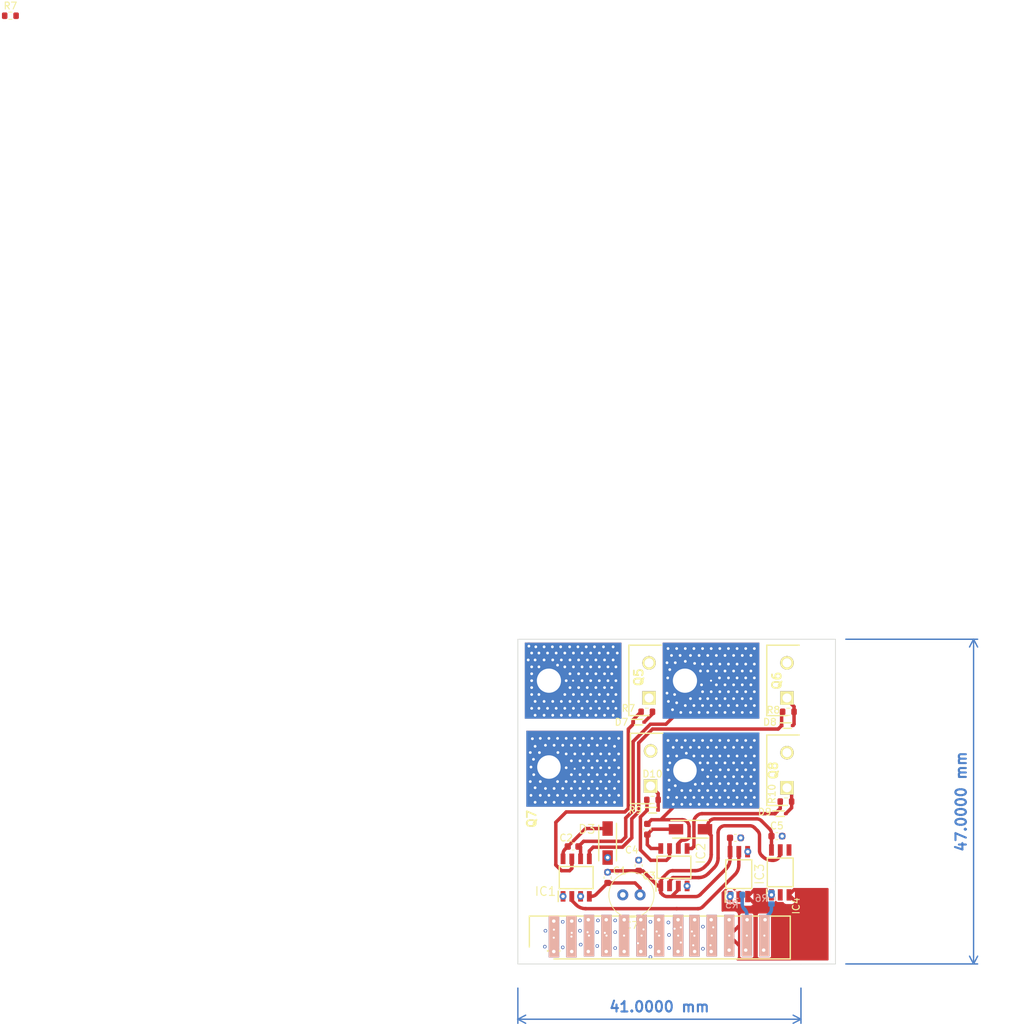
<source format=kicad_pcb>
(kicad_pcb (version 20221018) (generator pcbnew)
  (layers (0 "F.Cu" signal) (31 "B.Cu" signal) (34 "B.Paste" user) (35 "F.Paste" user) (36 "B.SilkS" user "B.Silkscreen") (37 "F.SilkS" user "F.Silkscreen") (38 "B.Mask" user) (39 "F.Mask" user) (44 "Edge.Cuts" user))
  (net 0 "")
  (net 1 "/12V")
  (net 2 "/GND_12V")
  (net 3 "Net-(D3-K)")
  (net 4 "Net-(D6-K)")
  (net 5 "/LH")
  (net 6 "/LL")
  (net 7 "/RH")
  (net 8 "/RL")
  (net 9 "/LIN")
  (net 10 "/RIN")
  (net 11 "/GND")
  (net 13 "Net-(IC3-ANODE)")
  (net 15 "Net-(IC4-ANODE)")
  (net 16 "/PWMR")
  (net 17 "/PWML")
  (net 18 "/12V_GND")
  (net 19 "/LS")
  (net 20 "/RS")
  (net 21 "Net-(D7-A)")
  (net 22 "Net-(D8-A)")
  (net 23 "Net-(D9-A)")
  (net 24 "Net-(D10-A)")
  (footprint "Eki04027:eki04027" (layer "F.Cu") (at 113.975 99.5 90)
    (fp_text reference "Q6")
    (fp_text value "EKI04027" hide)
  )
  (footprint "SS14_大バリア:DIOM5126X250N" (layer "F.Cu") (at 100 118.5)
    (fp_text reference "D6" hide)
    (fp_text value "SS14" hide)
  )
  (footprint "Capacitor_SMD:C_0603_1608Metric" (layer "F.Cu") (at 83 121)
    (fp_text reference "C2")
    (fp_text value "C0.1u")
  )
  (footprint "BAT43XV2:SODFL1608X70N" (layer "F.Cu") (at 114 103.5)
    (fp_text reference "D8")
    (fp_text value "BAT43" hide)
  )
  (footprint "Capacitor_SMD:C_0603_1608Metric" (layer "F.Cu") (at 92.5 123.75 90)
    (fp_text reference "C3")
    (fp_text value "C1u")
  )
  (footprint "Eki04027:eki04027" (layer "F.Cu") (at 94 99.5 90)
    (fp_text reference "Q5")
    (fp_text value "EKI04027" hide)
  )
  (footprint "BAT43XV2:SODFL1608X70N" (layer "F.Cu") (at 94.5 115.75)
    (fp_text reference "D10")
    (fp_text value "BAT43" hide)
  )
  (footprint "Resistor_SMD:R_0603_1608Metric" (layer "F.Cu") (at 1.505 0.755)
    (fp_text reference "R7")
    (fp_text value "1k")
  )
  (footprint "Capacitor_THT:C_Radial_D6.3mm_H11.0mm_P2.50mm" (layer "F.Cu") (at 92.7 128 180)
    (fp_text reference "C7")
    (fp_text value "100uF")
  )
  (footprint "Capacitor_SMD:C_0603_1608Metric" (layer "F.Cu") (at 106.505 119.75)
    (fp_text reference "C6" hide)
    (fp_text value "0.1u")
  )
  (footprint "TLP152_E_T_フォトカプラ:SOIC127P700X220-6N" (layer "F.Cu") (at 113 124.75 90)
    (fp_text reference "IC4")
    (fp_text value "TLP152_E_T" hide)
  )
  (footprint "Capacitor_SMD:C_0603_1608Metric" (layer "F.Cu") (at 88 125.5 -90)
    (fp_text reference "C1")
    (fp_text value "C_1u")
  )
  (footprint "TLP152_E_T_フォトカプラ:SOIC127P700X220-6N" (layer "F.Cu") (at 107 125 90)
    (fp_text reference "IC3")
    (fp_text value "TLP152_E_T" hide)
  )
  (footprint "Resistor_SMD:R_0603_1608Metric" (layer "F.Cu") (at 93.675 101.5 180)
    (fp_text reference "R7")
    (fp_text value "1k")
  )
  (footprint "Resistor_SMD:R_0603_1608Metric" (layer "F.Cu") (at 94.5 114.25 180)
    (fp_text reference "R9")
    (fp_text value "1k")
  )
  (footprint "Capacitor_SMD:C_0603_1608Metric" (layer "F.Cu") (at 112.505 119.5)
    (fp_text reference "C5")
    (fp_text value "0.1u")
  )
  (footprint "Eki04027:eki04027" (layer "F.Cu") (at 94.225 112.25 90)
    (fp_text reference "Q7")
    (fp_text value "EKI04027" hide)
  )
  (footprint "BAT43XV2:SODFL1608X70N" (layer "F.Cu") (at 92.5 103)
    (fp_text reference "D7")
    (fp_text value "BAT43" hide)
  )
  (footprint "Eki04027:eki04027" (layer "F.Cu") (at 113.975 112.5 90)
    (fp_text reference "Q8")
    (fp_text value "EKI04027" hide)
  )
  (footprint "Library:RHDR26W71P254_2X13_3759X600X980P" (layer "F.Cu") (at 80.22 135.54)
    (fp_text reference "J1")
    (fp_text value "HIF3FB-26DA-2.54DSA_71_" hide)
  )
  (footprint "Resistor_SMD:R_0603_1608Metric" (layer "F.Cu") (at 113.825 114.5 180)
    (fp_text reference "R10")
    (fp_text value "1k")
  )
  (footprint "Capacitor_SMD:C_0603_1608Metric" (layer "F.Cu") (at 93.75 118.5 90)
    (fp_text reference "C4")
    (fp_text value "C0.1u")
  )
  (footprint "IRS2008SPBF_ゲートドライバ:SOIC127P600X175-8N" (layer "F.Cu") (at 97.6055 124 90)
    (fp_text reference "IC2")
    (fp_text value "IRS2008SPBF" hide)
  )
  (footprint "SS14_大バリア:DIOM5126X250N" (layer "F.Cu") (at 88 120.5 -90)
    (fp_text reference "D3")
    (fp_text value "SS14" hide)
  )
  (footprint "Resistor_SMD:R_0603_1608Metric" (layer "F.Cu") (at 114.175 101.5)
    (fp_text reference "R8")
    (fp_text value "1k")
  )
  (footprint "BAT43XV2:SODFL1608X70N" (layer "F.Cu") (at 113 116.25)
    (fp_text reference "D9")
    (fp_text value "BAT43" hide)
  )
  (footprint "IRS2008SPBF_ゲートドライバ:SOIC127P600X175-8N" (layer "F.Cu") (at 83.45 125.5 90)
    (fp_text reference "IC1")
    (fp_text value "IRS2008SPBF" hide)
  )
  (footprint "Resistor_SMD:R_0603_1608Metric" (layer "B.Cu") (at 106.675 128)
    (fp_text reference "R5")
    (fp_text value "R150")
  )
  (footprint "Resistor_SMD:R_0603_1608Metric" (layer "B.Cu") (at 111.73 128.5 -90)
    (fp_text reference "R6")
    (fp_text value "R150")
  )
  (gr_line (start 121 91) (end 116 91) (stroke (width 0.1)) (layer "Edge.Cuts"))
  (gr_line (start 116 138) (end 121 138) (stroke (width 0.1)) (layer "Edge.Cuts"))
  (gr_line (start 116 91) (end 75 91) (stroke (width 0.1)) (layer "Edge.Cuts"))
  (gr_line (start 121 126) (end 121 91) (stroke (width 0.1)) (layer "Edge.Cuts"))
  (gr_line (start 75 91) (end 75 138) (stroke (width 0.1)) (layer "Edge.Cuts"))
  (gr_line (start 75 138) (end 116 138) (stroke (width 0.1)) (layer "Edge.Cuts"))
  (gr_line (start 121 138) (end 121 126) (stroke (width 0.1)) (layer "Edge.Cuts"))
  (dimension (type aligned) (layer "B.Cu") (pts (xy 75 141) (xy 116 141)) (height 4.999999) (gr_text "41.0000 mm" (at 95.5 144.199999) (layer "B.Cu") (effects (font (size 1.5 1.5) (thickness 0.3)))) (format (prefix "") (suffix "") (units 3) (units_format 1) (precision 4)) (style (thickness 0.2) (arrow_length 1.27) (text_position_mode 0) (extension_height 0.58642) (extension_offset 0.5) keep_text_aligned))
  (dimension (type aligned) (layer "B.Cu") (pts (xy 122 138) (xy 122 91)) (height 19) (gr_text "47.0000 mm" (at 139.2 114.5 90) (layer "B.Cu") (effects (font (size 1.5 1.5) (thickness 0.3)))) (format (prefix "") (suffix "") (units 3) (units_format 1) (precision 4)) (style (thickness 0.2) (arrow_length 1.27) (text_position_mode 0) (extension_height 0.58642) (extension_offset 0.5) keep_text_aligned))
  (via (at 89.1 131.7) (size 0.5) (drill 0.3) (layers "F.Cu" "B.Cu") (net 0))
  (via (at 79 133.2) (size 0.5) (drill 0.3) (layers "F.Cu" "B.Cu") (net 0))
  (via (at 101.8 135.8) (size 0.5) (drill 0.3) (layers "F.Cu" "B.Cu") (net 0))
  (via (at 84.1 135.2) (size 0.5) (drill 0.3) (layers "F.Cu" "B.Cu") (net 0))
  (via (at 101.8 132.6) (size 0.5) (drill 0.3) (layers "F.Cu" "B.Cu") (net 0))
  (via (at 94.2 131.9) (size 0.5) (drill 0.3) (layers "F.Cu" "B.Cu") (net 0))
  (via (at 81.5 135.6) (size 0.5) (drill 0.3) (layers "F.Cu" "B.Cu") (net 0))
  (via (at 86.5 135.4) (size 0.5) (drill 0.3) (layers "F.Cu" "B.Cu") (net 0))
  (via (at 86.5 133.4) (size 0.5) (drill 0.3) (layers "F.Cu" "B.Cu") (net 0))
  (via (at 96.9 135.7) (size 0.5) (drill 0.3) (layers "F.Cu" "B.Cu") (net 0))
  (via (at 84 131.7) (size 0.5) (drill 0.3) (layers "F.Cu" "B.Cu") (net 0))
  (via (at 84 133.2) (size 0.5) (drill 0.3) (layers "F.Cu" "B.Cu") (net 0))
  (via (at 86.6 131.7) (size 0.5) (drill 0.3) (layers "F.Cu" "B.Cu") (net 0))
  (via (at 96.9 133.8) (size 0.5) (drill 0.3) (layers "F.Cu" "B.Cu") (net 0))
  (via (at 94.2 135.5) (size 0.5) (drill 0.3) (layers "F.Cu" "B.Cu") (net 0))
  (via (at 89.1 133.4) (size 0.5) (drill 0.3) (layers "F.Cu" "B.Cu") (net 0))
  (via (at 81.5 131.9) (size 0.5) (drill 0.3) (layers "F.Cu" "B.Cu") (net 0))
  (via (at 89.1 135.7) (size 0.5) (drill 0.3) (layers "F.Cu" "B.Cu") (net 0))
  (via (at 94.2 137) (size 0.5) (drill 0.3) (layers "F.Cu" "B.Cu") (net 0))
  (via (at 78.9 135.5) (size 0.5) (drill 0.3) (layers "F.Cu" "B.Cu") (net 0))
  (via (at 96.8 132) (size 0.5) (drill 0.3) (layers "F.Cu" "B.Cu") (net 0))
  (segment (start 102.5 118.1) (end 102.1 118.5) (width 0.5) (layer "F.Cu") (net 1))
  (segment (start 98.2405 127.2595) (end 98.2405 126.712) (width 0.5) (layer "F.Cu") (net 1))
  (segment (start 101.423393 127.957107) (end 105.144213 124.236287) (width 0.5) (layer "F.Cu") (net 1))
  (segment (start 96.664214 128.25) (end 97.25 128.25) (width 0.5) (layer "F.Cu") (net 1))
  (segment (start 102.5 118) (end 102.5 118.1) (width 0.5) (layer "F.Cu") (net 1))
  (segment (start 95.7005 127.7005) (end 95.957107 127.957107) (width 0.5) (layer "F.Cu") (net 1))
  (segment (start 93.101 124.525) (end 92.5 124.525) (width 0.5) (layer "F.Cu") (net 1))
  (segment (start 111.73 119.144214) (end 111.73 119.5) (width 0.5) (layer "F.Cu") (net 1))
  (segment (start 97.25 128.25) (end 100.716286 128.25) (width 0.5) (layer "F.Cu") (net 1))
  (segment (start 88.2 124.525) (end 88 124.725) (width 0.5) (layer "F.Cu") (net 1))
  (segment (start 86.5 106.35) (end 85.25 106.35) (width 0.25) (layer "F.Cu") (net 1))
  (segment (start 102.414213 123.585787) (end 102.085786 123.914214) (width 0.5) (layer "F.Cu") (net 1))
  (segment (start 81.5 128) (end 81.5 128.167) (width 0.5) (layer "F.Cu") (net 1))
  (segment (start 105.73 122.822073) (end 105.73 121.75) (width 0.5) (layer "F.Cu") (net 1))
  (segment (start 105.73 121.75) (end 105.73 119.75) (width 0.5) (layer "F.Cu") (net 1))
  (segment (start 100.671573 124.5) (end 97.414214 124.5) (width 0.5) (layer "F.Cu") (net 1))
  (segment (start 97.25 128.25) (end 98.2405 127.2595) (width 0.5) (layer "F.Cu") (net 1))
  (segment (start 111.73 119.5) (end 111.73 121.5) (width 0.5) (layer "F.Cu") (net 1))
  (segment (start 81.5 128.167) (end 81.545 128.212) (width 0.5) (layer "F.Cu") (net 1))
  (segment (start 96.707107 124.792893) (end 95.993393 125.506607) (width 0.5) (layer "F.Cu") (net 1))
  (segment (start 95.7005 126.2995) (end 95.7005 126.712) (width 0.25) (layer "F.Cu") (net 1))
  (segment (start 86.3 94) (end 85.05 94) (width 0.25) (layer "F.Cu") (net 1))
  (segment (start 102.1 118.5) (end 103 119.4) (width 0.5) (layer "F.Cu") (net 1))
  (segment (start 110.292893 117.292893) (end 111.437107 118.437107) (width 0.5) (layer "F.Cu") (net 1))
  (segment (start 92.5 124.525) (end 88.2 124.525) (width 0.5) (layer "F.Cu") (net 1))
  (segment (start 95.7005 126.213714) (end 95.7005 126.712) (width 0.5) (layer "F.Cu") (net 1))
  (segment (start 95.288 126.712) (end 93.101 124.525) (width 0.5) (layer "F.Cu") (net 1))
  (segment (start 109.585786 117) (end 103.5 117) (width 0.5) (layer "F.Cu") (net 1))
  (segment (start 95.288 126.712) (end 95.7005 126.712) (width 0.5) (layer "F.Cu") (net 1))
  (segment (start 95.7005 126.712) (end 95.7005 127.7005) (width 0.5) (layer "F.Cu") (net 1))
  (segment (start 103 119.4) (end 103 122.171573) (width 0.5) (layer "F.Cu") (net 1))
  (via (at 77.1 105.4) (size 1) (drill 0.4) (layers "F.Cu" "B.Cu") (net 1))
  (via (at 83.25 105.35) (size 1) (drill 0.4) (layers "F.Cu" "B.Cu") (net 1))
  (via (at 77 95) (size 1) (drill 0.4) (layers "F.Cu" "B.Cu") (net 1))
  (via (at 82 107.6) (size 1) (drill 0.4) (layers "F.Cu" "B.Cu") (net 1))
  (via (at 83.7 92.1) (size 1) (drill 0.4) (layers "F.Cu" "B.Cu") (net 1))
  (via (at 85.55 95) (size 1) (drill 0.4) (layers "F.Cu" "B.Cu") (net 1))
  (via (at 89.2 101) (size 1) (drill 0.4) (layers "F.Cu" "B.Cu") (net 1))
  (via (at 77.3 110.6) (size 1) (drill 0.4) (layers "F.Cu" "B.Cu") (net 1))
  (via (at 80.05 94) (size 1) (drill 0.4) (layers "F.Cu" "B.Cu") (net 1))
  (via (at 85.05 102) (size 1) (drill 0.4) (layers "F.Cu" "B.Cu") (net 1))
  (via (at 82.55 98) (size 1) (drill 0.4) (layers "F.Cu" "B.Cu") (net 1))
  (via (at 78.8 102) (size 1) (drill 0.4) (layers "F.Cu" "B.Cu") (net 1))
  (via (at 85.75 105.35) (size 1) (drill 0.4) (layers "F.Cu" "B.Cu") (net 1))
  (via (at 80.05 100) (size 1) (drill 0.4) (layers "F.Cu" "B.Cu") (net 1))
  (via (at 86.8 101) (size 1) (drill 0.4) (layers "F.Cu" "B.Cu") (net 1))
  (via (at 84 114.6) (size 1) (drill 0.4) (layers "F.Cu" "B.Cu") (net 1))
  (via (at 82.75 108.6) (size 1) (drill 0.4) (layers "F.Cu" "B.Cu") (net 1))
  (via (at 77 99) (size 1) (drill 0.4) (layers "F.Cu" "B.Cu") (net 1))
  (via (at 83.05 93) (size 1) (drill 0.4) (layers "F.Cu" "B.Cu") (net 1))
  (via (at 89 110.6) (size 1) (drill 0.4) (layers "F.Cu" "B.Cu") (net 1))
  (via (at 86.8 95) (size 1) (drill 0.4) (layers "F.Cu" "B.Cu") (net 1))
  (via (at 83.25 113.6) (size 1) (drill 0.4) (layers "F.Cu" "B.Cu") (net 1))
  (via (at 86.3 98) (size 1) (drill 0.4) (layers "F.Cu" "B.Cu") (net 1))
  (via (at 87.55 100) (size 1) (drill 0.4) (layers "F.Cu" "B.Cu") (net 1))
  (via (at 85.05 96) (size 1) (drill 0.4) (layers "F.Cu" "B.Cu") (net 1))
  (via (at 81.3 102) (size 1) (drill 0.4) (layers "F.Cu" "B.Cu") (net 1))
  (via (at 80.75 94.75) (size 1) (drill 0.4) (layers "F.Cu" "B.Cu") (net 1))
  (via (at 88.8 100) (size 1) (drill 0.4) (layers "F.Cu" "B.Cu") (net 1))
  (via (at 82.55 96) (size 1) (drill 0.4) (layers "F.Cu" "B.Cu") (net 1))
  (via (at 84.5 107.6) (size 1) (drill 0.4) (layers "F.Cu" "B.Cu") (net 1))
  (via (at 81.5 114.6) (size 1) (drill 0.4) (layers "F.Cu" "B.Cu") (net 1))
  (via (at 83.05 95) (size 1) (drill 0.4) (layers "F.Cu" "B.Cu") (net 1))
  (via (at 86.1 92.1) (size 1) (drill 0.4) (layers "F.Cu" "B.Cu") (net 1))
  (via (at 86.3 94) (size 1) (drill 0.4) (layers "F.Cu" "B.Cu") (net 1))
  (via (at 85.25 112.6) (size 1) (drill 0.4) (layers "F.Cu" "B.Cu") (net 1))
  (via (at 78.05 95) (size 1) (drill 0.4) (layers "F.Cu" "B.Cu") (net 1))
  (via (at 77 96) (size 1) (drill 0.4) (layers "F.Cu" "B.Cu") (net 1))
  (via (at 88.05 93) (size 1) (drill 0.4) (layers "F.Cu" "B.Cu") (net 1))
  (via (at 76.8 107.4) (size 1) (drill 0.4) (layers "F.Cu" "B.Cu") (net 1))
  (via (at 84 106.35) (size 1) (drill 0.4) (layers "F.Cu" "B.Cu") (net 1))
  (via (at 88 124.725) (size 1) (drill 0.5) (layers "F.Cu" "B.Cu") (net 1))
  (via (at 80.05 102) (size 1) (drill 0.4) (layers "F.Cu" "B.Cu") (net 1))
  (via (at 78.05 93) (size 1) (drill 0.4) (layers "F.Cu" "B.Cu") (net 1))
  (via (at 90.4 136.2) (size 1) (drill 0.5) (layers "F.Cu" "B.Cu") (net 1))
  (via (at 89 114.6) (size 1) (drill 0.4) (layers "F.Cu" "B.Cu") (net 1))
  (via (at 80 92.1) (size 1) (drill 0.4) (layers "F.Cu" "B.Cu") (net 1))
  (via (at 83.25 107.6) (size 1) (drill 0.4) (layers "F.Cu" "B.Cu") (net 1))
  (via (at 81.3 100) (size 1) (drill 0.4) (layers "F.Cu" "B.Cu") (net 1))
  (via (at 77.264377 108.382188) (size 1) (drill 0.4) (layers "F.Cu" "B.Cu") (net 1))
  (via (at 84 110.6) (size 1) (drill 0.4) (layers "F.Cu" "B.Cu") (net 1))
  (via (at 86.5 112.6) (size 1) (drill 0.4) (layers "F.Cu" "B.Cu") (net 1))
  (via (at 82.75 112.6) (size 1) (drill 0.4) (layers "F.Cu" "B.Cu") (net 1))
  (via (at 85.05 100) (size 1) (drill 0.4) (layers "F.Cu" "B.Cu") (net 1))
  (via (at 88.05 99) (size 1) (drill 0.4) (layers "F.Cu" "B.Cu") (net 1))
  (via (at 79 106.35) (size 1) (drill 0.4) (layers "F.Cu" "B.Cu") (net 1))
  (via (at 86.8 97) (size 1) (drill 0.4) (layers "F.Cu" "B.Cu") (net 1))
  (via (at 88.25 113.6) (size 1) (drill 0.4) (layers "F.Cu" "B.Cu") (net 1))
  (via (at 82 111.6) (size 1) (drill 0.4) (layers "F.Cu" "B.Cu") (net 1))
  (via (at 84.5 109.6) (size 1) (drill 0.4) (layers "F.Cu" "B.Cu") (net 1))
  (via (at 89.2 95) (size 1) (drill 0.4) (layers "F.Cu" "B.Cu") (net 1))
  (via (at 89 112.6) (size 1) (drill 0.4) (layers "F.Cu" "B.Cu") (net 1))
  (via (at 83.8 102) (size 1) (drill 0.4) (layers "F.Cu" "B.Cu") (net 1))
  (via (at 85.55 97) (size 1) (drill 0.4) (layers "F.Cu" "B.Cu") (net 1))
  (via (at 89.2 97) (size 1) (drill 0.4) (layers "F.Cu" "B.Cu") (net 1))
  (via (at 81.8 95) (size 1) (drill 0.4) (layers "F.Cu" "B.Cu") (net 1))
  (via (at 81.5 112.6) (size 1) (drill 0.4) (layers "F.Cu" "B.Cu") (net 1))
  (via (at 85.75 111.6) (size 1) (drill 0.4) (layers "F.Cu" "B.Cu") (net 1))
  (via (at 84.5 113.6) (size 1) (drill 0.4) (layers "F.Cu" "B.Cu") (net 1))
  (via (at 85.75 109.6) (size 1) (drill 0.4) (layers "F.Cu" "B.Cu") (net 1))
  (via (at 85.05 94) (size 1) (drill 0.4) (layers "F.Cu" "B.Cu") (net 1))
  (via (at 79 114.6) (size 1) (drill 0.4) (layers "F.Cu" "B.Cu") (net 1))
  (via (at 89.6 105.35) (size 1) (drill 0.4) (layers "F.Cu" "B.Cu") (net 1))
  (via (at 81.8 99) (size 1) (drill 0.4) (layers "F.Cu" "B.Cu") (net 1))
  (via (at 77 101) (size 1) (drill 0.4) (layers "F.Cu" "B.Cu") (net 1))
  (via (at 80.25 112.6) (size 1) (drill 0.4) (layers "F.Cu" "B.Cu") (net 1))
  (via (at 88.8 94) (size 1) (drill 0.4) (layers "F.Cu" "B.Cu") (net 1))
  (via (at 85.2 131.6) (size 1) (drill 0.5) (layers "F.Cu" "B.Cu") (net 1))
  (via (at 83.8 94) (size 1) (drill 0.4) (layers "F.Cu" "B.Cu") (net 1))
  (via (at 77 93) (size 1) (drill 0.4) (layers "F.Cu" "B.Cu") (net 1))
  (via (at 87 107.6) (size 1) (drill 0.4) (layers "F.Cu" "B.Cu") (net 1))
  (via (at 79.5 105.35) (size 1) (drill 0.4) (layers "F.Cu" "B.Cu") (net 1))
  (via (at 85.2 136.2) (size 1) (drill 0.5) (layers "F.Cu" "B.Cu") (net 1))
  (via (at 76.5 94) (size 1) (drill 0.4) (layers "F.Cu" "B.Cu") (net 1))
  (via (at 81.8 101) (size 1) (drill 0.4) (layers "F.Cu" "B.Cu") (net 1))
  (via (at 85.25 106.35) (size 1) (drill 0.4) (layers "F.Cu" "B.Cu") (net 1))
  (via (at 88.25 107.6) (size 1) (drill 0.4) (layers "F.Cu" "B.Cu") (net 1))
  (via (at 81.545 128.212) (size 1) (drill 0.5) (layers "F.Cu" "B.Cu") (net 1))
  (via (at 85.75 107.6) (size 1) (drill 0.4) (layers "F.Cu" "B.Cu") (net 1))
  (via (at 87.75 114.6) (size 1) (drill 0.4) (layers "F.Cu" "B.Cu") (net 1))
  (via (at 82.8 131.8) (size 1) (drill 0.5) (layers "F.Cu" "B.Cu") (net 1))
  (via (at 79.3 101) (size 1) (drill 0.4) (layers "F.Cu" "B.Cu") (net 1))
  (via (at 85.55 93) (size 1) (drill 0.4) (layers "F.Cu" "B.Cu") (net 1))
  (via (at 78.05 101) (size 1) (drill 0.4) (layers "F.Cu" "B.Cu") (net 1))
  (via (at 80.2 134.2) (size 0.5) (drill 0.3) (layers "F.Cu" "B.Cu") (net 1))
  (via (at 83.8 100) (size 1) (drill 0.4) (layers "F.Cu" "B.Cu") (net 1))
  (via (at 88.05 97) (size 1) (drill 0.4) (layers "F.Cu" "B.Cu") (net 1))
  (via (at 86.3 100) (size 1) (drill 0.4) (layers "F.Cu" "B.Cu") (net 1))
  (via (at 85.75 113.6) (size 1) (drill 0.4) (layers "F.Cu" "B.Cu") (net 1))
  (via (at 82 105.35) (size 1) (drill 0.4) (layers "F.Cu" "B.Cu") (net 1))
  (via (at 87.55 98) (size 1) (drill 0.4) (layers "F.Cu" "B.Cu") (net 1))
  (via (at 81.3 94) (size 1) (drill 0.4) (layers "F.Cu" "B.Cu") (net 1))
  (via (at 85.05 98) (size 1) (drill 0.4) (layers "F.Cu" "B.Cu") (net 1))
  (via (at 78.25 113.6) (size 1) (drill 0.4) (layers "F.Cu" "B.Cu") (net 1))
  (via (at 84.5 111.6) (size 1) (drill 0.4) (layers "F.Cu" "B.Cu") (net 1))
  (via (at 77.5 114.6) (size 1) (drill 0.4) (layers "F.Cu" "B.Cu") (net 1))
  (via (at 82 97) (size 1) (drill 0.4) (layers "F.Cu" "B.Cu") (net 1))
  (via (at 77.6 92.1) (size 1) (drill 0.4) (layers "F.Cu" "B.Cu") (net 1))
  (via (at 87.55 102) (size 1) (drill 0.4) (layers "F.Cu" "B.Cu") (net 1))
  (via (at 82.75 114.6) (size 1) (drill 0.4) (layers "F.Cu" "B.Cu") (net 1))
  (via (at 82.55 102) (size 1) (drill 0.4) (layers "F.Cu" "B.Cu") (net 1))
  (via (at 84.3 93) (size 1) (drill 0.4) (layers "F.Cu" "B.Cu") (net 1))
  (via (at 87 111.6) (size 1) (drill 0.4) (layers "F.Cu" "B.Cu") (net 1))
  (via (at 85.25 114.6) (size 1) (drill 0.4) (layers "F.Cu" "B.Cu") (net 1))
  (via (at 85.55 99) (size 1) (drill 0.4) (layers "F.Cu" "B.Cu") (net 1))
  (via (at 86.8 99) (size 1) (drill 0.4) (layers "F.Cu" "B.Cu") (net 1))
  (via (at 76.8 111.6) (size 1) (drill 0.4) (layers "F.Cu" "B.Cu") (net 1))
  (via (at 84.9 92.1) (size 1) (drill 0.4) (layers "F.Cu" "B.Cu") (net 1))
  (via (at 82.8 136.2) (size 1) (drill 0.5) (layers "F.Cu" "B.Cu") (net 1))
  (via (at 83.25 111.6) (size 1) (drill 0.4) (layers "F.Cu" "B.Cu") (net 1))
  (via (at 87.8 131.6) (size 1) (drill 0.5) (layers "F.Cu" "B.Cu") (net 1))
  (via (at 78.05 99) (size 1) (drill 0.4) (layers "F.Cu" "B.Cu") (net 1))
  (via (at 78.25 105.35) (size 1) (drill 0.4) (layers "F.Cu" "B.Cu") (net 1))
  (via (at 88.25 111.6) (size 1) (drill 0.4) (layers "F.Cu" "B.Cu") (net 1))
  (via (at 88.8 92.1) (size 1) (drill 0.4) (layers "F.Cu" "B.Cu") (net 1))
  (via (at 86.8 93) (size 1) (drill 0.4) (layers "F.Cu" "B.Cu") (net 1))
  (via (at 84.3 97) (size 1) (drill 0.4) (layers "F.Cu" "B.Cu") (net 1))
  (via (at 88.05 95) (size 1) (drill 0.4) (layers "F.Cu" "B.Cu") (net 1))
  (via (at 87.75 110.6) (size 1) (drill 0.4) (layers "F.Cu" "B.Cu") (net 1))
  (via (at 86.3 102) (size 1) (drill 0.4) (layers "F.Cu" "B.Cu") (net 1))
  (via (at 88.6 96) (size 1) (drill 0.4) (layers "F.Cu" "B.Cu") (net 1))
  (via (at 87 105.35) (size 1) (drill 0.4) (layers "F.Cu" "B.Cu") (net 1))
  (via (at 78.8 92.1) (size 1) (drill 0.4) (layers "F.Cu" "B.Cu") (net 1))
  (via (at 83.05 101) (size 1) (drill 0.4) (layers "F.Cu" "B.Cu") (net 1))
  (via (at 87.6 133.5) (size 0.5) (drill 0.3) (layers "F.Cu" "B.Cu") (net 1))
  (via (at 79 112.6) (size 1) (drill 0.4) (layers "F.Cu" "B.Cu") (net 1))
  (via (at 79.3 93) (size 1) (drill 0.4) (layers "F.Cu" "B.Cu") (net 1))
  (via (at 84.5 105.35) (size 1) (drill 0.4) (layers "F.Cu" "B.Cu") (net 1))
  (via (at 87.75 108.6) (size 1) (drill 0.4) (layers "F.Cu" "B.Cu") (net 1))
  (via (at 80.8 107.4) (size 1) (drill 0.4) (layers "F.Cu" "B.Cu") (net 1))
  (via (at 79.5 97) (size 3.8) (drill 3.5) (layers "F.Cu" "B.Cu") (net 1))
  (via (at 81.2 92.1) (size 1) (drill 0.4) (layers "F.Cu" "B.Cu") (net 1))
  (via (at 82.8 133.5) (size 0.5) (drill 0.3) (layers "F.Cu" "B.Cu") (net 1))
  (via (at 89.6 111.6) (size 1) (drill 0.4) (layers "F.Cu" "B.Cu") (net 1))
  (via (at 76.9 109.5) (size 1) (drill 0.4) (layers "F.Cu" "B.Cu") (net 1))
  (via (at 87.55 96) (size 1) (drill 0.4) (layers "F.Cu" "B.Cu") (net 1))
  (via (at 82 109.6) (size 1) (drill 0.4) (layers "F.Cu" "B.Cu") (net 1))
  (via (at 79.5 113.6) (size 1) (drill 0.4) (layers "F.Cu" "B.Cu") (net 1))
  (via (at 78.126232 107.411873) (size 1) (drill 0.4) (layers "F.Cu" "B.Cu") (net 1))
  (via (at 85.1 133.4) (size 0.5) (drill 0.3) (layers "F.Cu" "B.Cu") (net 1))
  (via (at 87.4 92.1) (size 1) (drill 0.4) (layers "F.Cu" "B.Cu") (net 1))
  (via (at 80.55 93) (size 1) (drill 0.4) (layers "F.Cu" "B.Cu") (net 1))
  (via (at 89.4 93) (size 1) (drill 0.4) (layers "F.Cu" "B.Cu") (net 1))
  (via (at 85.25 110.6) (size 1) (drill 0.4) (layers "F.Cu" "B.Cu") (net 1))
  (via (at 81.5 106.35) (size 1) (drill 0.4) (layers "F.Cu" "B.Cu") (net 1))
  (via (at 88.25 109.6) (size 1) (drill 0.4) (layers "F.Cu" "B.Cu") (net 1))
  (via (at 84 112.6) (size 1) (drill 0.4) (layers "F.Cu" "B.Cu") (net 1))
  (via (at 78.8 94) (size 1) (drill 0.4) (layers "F.Cu" "B.Cu") (net 1))
  (via (at 87 113.6) (size 1) (drill 0.4) (layers "F.Cu" "B.Cu") (net 1))
  (via (at 77.5 106.5) (size 1) (drill 0.4) (layers "F.Cu" "B.Cu") (net 1))
  (via (at 79.5 109.5) (size 3.8) (drill 3.4) (layers "F.Cu" "B.Cu") (net 1))
  (via (at 84.3 99) (size 1) (drill 0.4) (layers "F.Cu" "B.Cu") (net 1))
  (via (at 83.8 96) (size 1) (drill 0.4) (layers "F.Cu" "B.Cu") (net 1))
  (via (at 86.5 114.6) (size 1) (drill 0.4) (layers "F.Cu" "B.Cu") (net 1))
  (via (at 87.75 106.35) (size 1) (drill 0.4) (layers "F.Cu" "B.Cu") (net 1))
  (via (at 87.55 94) (size 1) (drill 0.4) (layers "F.Cu" "B.Cu") (net 1))
  (via (at 82 113.6) (size 1) (drill 0.4) (layers "F.Cu" "B.Cu") (net 1))
  (via (at 80.25 114.6) (size 1) (drill 0.4) (layers "F.Cu" "B.Cu") (net 1))
  (via (at 86.5 106.35) (size 1) (drill 0.4) (layers "F.Cu" "B.Cu") (net 1))
  (via (at 84.085 128.212) (size 1) (drill 0.5) (layers "F.Cu" "B.Cu") (net 1))
  (via (at 76.9 113.6) (size 1) (drill 0.4) (layers "F.Cu" "B.Cu") (net 1))
  (via (at 80.75 113.6) (size 1) (drill 0.4) (layers "F.Cu" "B.Cu") (net 1))
  (via (at 77 98) (size 1) (drill 0.4) (layers "F.Cu" "B.Cu") (net 1))
  (via (at 90.4 131.6) (size 1) (drill 0.5) (layers "F.Cu" "B.Cu") (net 1))
  (via (at 87.8 136.2) (size 1) (drill 0.5) (layers "F.Cu" "B.Cu") (net 1))
  (via (at 88.8 102) (size 1) (drill 0.4) (layers "F.Cu" "B.Cu") (net 1))
  (via (at 86.5 110.6) (size 1) (drill 0.4) (layers "F.Cu" "B.Cu") (net 1))
  (via (at 84.3 95) (size 1) (drill 0.4) (layers "F.Cu" "B.Cu") (net 1))
  (via (at 86.5 108.6) (size 1) (drill 0.4) (layers "F.Cu" "B.Cu") (net 1))
  (via (at 85.55 101) (size 1) (drill 0.4) (layers "F.Cu" "B.Cu") (net 1))
  (via (at 80.75 105.35) (size 1) (drill 0.4) (layers "F.Cu" "B.Cu") (net 1))
  (via (at 80.25 106.35) (size 1) (drill 0.4) (layers "F.Cu" "B.Cu") (net 1))
  (via (at 89 106.5) (size 1) (drill 0.4) (layers "F.Cu" "B.Cu") (net 1))
  (via (at 77.5 100) (size 1) (drill 0.4) (layers "F.Cu" "B.Cu") (net 1))
  (via (at 83.8 98) (size 1) (drill 0.4) (layers "F.Cu" "B.Cu") (net 1))
  (via (at 88.05 101) (size 1) (drill 0.4) (layers "F.Cu" "B.Cu") (net 1))
  (via (at 80.2 136.2) (size 1) (drill 0.5) (layers "F.Cu" "B.Cu") (net 1))
  (via (at 80.75 111.6) (size 1) (drill 0.4) (layers "F.Cu" "B.Cu") (net 1))
  (via (at 82.75 106.35) (size 1) (drill 0.4) (layers "F.Cu" "B.Cu") (net 1))
  (via (at 76.6 92) (size 1) (drill 0.4) (layers "F.Cu" "B.Cu") (net 1))
  (via (at 82.55 94) (size 1) (drill 0.4) (layers "F.Cu" "B.Cu") (net 1))
  (via (at 82.5 92.1) (size 1) (drill 0.4) (layers "F.Cu" "B.Cu") (net 1))
  (via (at 81.8 93) (size 1) (drill 0.4) (layers "F.Cu" "B.Cu") (net 1))
  (via (at 89 108.5) (size 1) (drill 0.4) (layers "F.Cu" "B.Cu") (net 1))
  (via (at 89.6 113.6) (size 1) (drill 0.4) (layers "F.Cu" "B.Cu") (net 1))
  (via (at 82.55 100) (size 1) (drill 0.4) (layers "F.Cu" "B.Cu") (net 1))
  (via (at 87.75 112.6) (size 1) (drill 0.4) (layers "F.Cu" "B.Cu") (net 1))
  (via (at 82.75 110.6) (size 1) (drill 0.4) (layers "F.Cu" "B.Cu") (net 1))
  (via (at 88.25 105.35) (size 1) (drill 0.4) (layers "F.Cu" "B.Cu") (net 1))
  (via (at 88 122.6) (size 1) (drill 0.5) (layers "F.Cu" "B.Cu") (net 1))
  (via (at 80.55 101) (size 1) (drill 0.4) (layers "F.Cu" "B.Cu") (net 1))
  (via (at 87 109.6) (size 1) (drill 0.4) (layers "F.Cu" "B.Cu") (net 1))
  (via (at 77.5 112.5) (size 1) (drill 0.4) (layers "F.Cu" "B.Cu") (net 1))
  (via (at 89.6 109.6) (size 1) (drill 0.4) (layers "F.Cu" "B.Cu") (net 1))
  (via (at 78.8 100) (size 1) (drill 0.4) (layers "F.Cu" "B.Cu") (net 1))
  (via (at 85.25 108.6) (size 1) (drill 0.4) (layers "F.Cu" "B.Cu") (net 1))
  (via (at 89.2 99) (size 1) (drill 0.4) (layers "F.Cu" "B.Cu") (net 1))
  (via (at 83.05 99) (size 1) (drill 0.4) (layers "F.Cu" "B.Cu") (net 1))
  (via (at 89.6 107.6) (size 1) (drill 0.4) (layers "F.Cu" "B.Cu") (net 1))
  (via (at 84.3 101) (size 1) (drill 0.4) (layers "F.Cu" "B.Cu") (net 1))
  (via (at 84 108.6) (size 1) (drill 0.4) (layers "F.Cu" "B.Cu") (net 1))
  (via (at 77.5 102) (size 1) (drill 0.4) (layers "F.Cu" "B.Cu") (net 1))
  (via (at 77.5 94) (size 1) (drill 0.4) (layers "F.Cu" "B.Cu") (net 1))
  (via (at 80.2 131.8) (size 1) (drill 0.5) (layers "F.Cu" "B.Cu") (net 1))
  (via (at 86.3 96) (size 1) (drill 0.4) (layers "F.Cu" "B.Cu") (net 1))
  (via (at 88.6 98) (size 1) (drill 0.4) (layers "F.Cu" "B.Cu") (net 1))
  (via (at 78.25 111.6) (size 1) (drill 0.4) (layers "F.Cu" "B.Cu") (net 1))
  (via (at 77 97) (size 1) (drill 0.4) (layers "F.Cu" "B.Cu") (net 1))
  (arc (start 95.993393 125.506607) (mid 95.77662 125.83103) (end 95.7005 126.213714) (width 0.5) (layer "F.Cu") (net 1))
  (arc (start 105.144213 124.236287) (mid 105.577759 123.58744) (end 105.73 122.822073) (width 0.5) (layer "F.Cu") (net 1))
  (arc (start 100.671573 124.5) (mid 101.43694 124.347759) (end 102.085786 123.914214) (width 0.5) (layer "F.Cu") (net 1))
  (arc (start 102.5 118) (mid 102.792893 117.292893) (end 103.5 117) (width 0.5) (layer "F.Cu") (net 1))
  (arc (start 109.585786 117) (mid 109.968469 117.07612) (end 110.292893 117.292893) (width 0.5) (layer "F.Cu") (net 1))
  (arc (start 103 122.171573) (mid 102.847759 122.93694) (end 102.414213 123.585787) (width 0.5) (layer "F.Cu") (net 1))
  (arc (start 111.437107 118.437107) (mid 111.65388 118.76153) (end 111.73 119.144214) (width 0.5) (layer "F.Cu") (net 1))
  (arc (start 96.664214 128.25) (mid 96.281531 128.17388) (end 95.957107 127.957107) (width 0.5) (layer "F.Cu") (net 1))
  (arc (start 101.423393 127.957107) (mid 101.09897 128.17388) (end 100.716286 128.25) (width 0.5) (layer "F.Cu") (net 1))
  (arc (start 97.414214 124.5) (mid 97.031531 124.57612) (end 96.707107 124.792893) (width 0.5) (layer "F.Cu") (net 1))
  (segment (start 85.355 128.212) (end 85.648786 128.212) (width 0.5) (layer "F.Cu") (net 2))
  (segment (start 91.975 126.275) (end 92.7 127) (width 0.5) (layer "F.Cu") (net 2))
  (segment (start 86.355893 127.919107) (end 88 126.275) (width 0.5) (layer "F.Cu") (net 2))
  (segment (start 92.7 127) (end 92.7 128) (width 0.5) (layer "F.Cu") (net 2))
  (segment (start 88 126.275) (end 91.975 126.275) (width 0.5) (layer "F.Cu") (net 2))
  (via (at 92.5 122.975) (size 1) (drill 0.5) (layers "F.Cu" "B.Cu") (net 2))
  (via (at 99.5105 126.712) (size 1) (drill 0.5) (layers "F.Cu" "B.Cu") (net 2))
  (via (at 113.28 119.5) (size 1) (drill 0.5) (layers "F.Cu" "B.Cu") (net 2))
  (via (at 107.28 119.75) (size 1) (drill 0.5) (layers "F.Cu" "B.Cu") (net 2))
  (via (at 108.3 121.75) (size 1) (drill 0.5) (layers "F.Cu" "B.Cu") (net 2))
  (arc (start 85.648786 128.212) (mid 86.031469 128.13588) (end 86.355893 127.919107) (width 0.5) (layer "F.Cu") (net 2))
  (segment (start 84.825 118.4) (end 88 118.4) (width 0.5) (layer "F.Cu") (net 3))
  (segment (start 82.225 121) (end 81.837893 121.387107) (width 0.5) (layer "F.Cu") (net 3))
  (segment (start 82.932107 120.292893) (end 84.825 118.4) (width 0.5) (layer "F.Cu") (net 3))
  (segment (start 82.932107 120.292893) (end 82.225 121) (width 0.5) (layer "F.Cu") (net 3))
  (segment (start 81.545 122.094214) (end 81.545 122.788) (width 0.5) (layer "F.Cu") (net 3))
  (arc (start 81.545 122.094214) (mid 81.62112 121.711531) (end 81.837893 121.387107) (width 0.5) (layer "F.Cu") (net 3))
  (segment (start 93.75 120.75) (end 93.75 119.275) (width 0.5) (layer "F.Cu") (net 4))
  (segment (start 95.7005 121.288) (end 94.288 121.288) (width 0.5) (layer "F.Cu") (net 4))
  (segment (start 94.288 121.288) (end 93.75 120.75) (width 0.5) (layer "F.Cu") (net 4))
  (segment (start 94.5 118.5) (end 97.9 118.5) (width 0.5) (layer "F.Cu") (net 4))
  (segment (start 95.6375 121.225) (end 95.7005 121.288) (width 0.5) (layer "F.Cu") (net 4))
  (segment (start 93.75 119.25) (end 94.5 118.5) (width 0.5) (layer "F.Cu") (net 4))
  (segment (start 93.75 119.275) (end 93.75 119.25) (width 0.5) (layer "F.Cu") (net 4))
  (segment (start 82.813394 123.73462) (end 82.813394 124.186606) (width 0.5) (layer "F.Cu") (net 5))
  (segment (start 82.5 124.5) (end 81.317497 124.5) (width 0.5) (layer "F.Cu") (net 5))
  (segment (start 91 115.5) (end 91 104) (width 0.5) (layer "F.Cu") (net 5))
  (segment (start 82 116) (end 90.5 116) (width 0.5) (layer "F.Cu") (net 5))
  (segment (start 91.7 102.65) (end 92.85 101.5) (width 0.5) (layer "F.Cu") (net 5))
  (segment (start 80.5 123.585786) (end 80.5 117.5) (width 0.5) (layer "F.Cu") (net 5))
  (segment (start 80.501616 123.684119) (end 80.5 123.585786) (width 0.5) (layer "F.Cu") (net 5))
  (segment (start 82.813394 124.186606) (end 82.5 124.5) (width 0.5) (layer "F.Cu") (net 5))
  (segment (start 82.815 122.788) (end 82.815 123.636286) (width 0.5) (layer "F.Cu") (net 5))
  (segment (start 91.7 103.3) (end 91 104) (width 0.5) (layer "F.Cu") (net 5))
  (segment (start 80.5 117.5) (end 82 116) (width 0.5) (layer "F.Cu") (net 5))
  (segment (start 91.7 103) (end 91.7 102.65) (width 0.5) (layer "F.Cu") (net 5))
  (segment (start 82.815 122.788) (end 82.815 123.2005) (width 0.25) (layer "F.Cu") (net 5))
  (segment (start 90.5 116) (end 91 115.5) (width 0.5) (layer "F.Cu") (net 5))
  (segment (start 81.317497 124.5) (end 80.501616 123.684119) (width 0.5) (layer "F.Cu") (net 5))
  (segment (start 82.815 123.636286) (end 82.813394 123.73462) (width 0.5) (layer "F.Cu") (net 5))
  (segment (start 91.7 103) (end 91.7 103.3) (width 0.5) (layer "F.Cu") (net 5))
  (segment (start 85.355 122.788) (end 85.355 121.645) (width 0.5) (layer "F.Cu") (net 6))
  (segment (start 85.355 121.645) (end 85.9 121.1) (width 0.5) (layer "F.Cu") (net 6))
  (segment (start 91.5 116.98995) (end 92.5 115.98995) (width 0.5) (layer "F.Cu") (net 6))
  (segment (start 113.2 101.65) (end 113.35 101.5) (width 0.5) (layer "F.Cu") (net 6))
  (segment (start 113.2 103.5) (end 113.2 101.65) (width 0.5) (layer "F.Cu") (net 6))
  (segment (start 85.9 121.1) (end 90.15 121.1) (width 0.5) (layer "F.Cu") (net 6))
  (segment (start 90.15 121.1) (end 91.5 119.75) (width 0.5) (layer "F.Cu") (net 6))
  (segment (start 91.5 119.75) (end 91.5 116.98995) (width 0.5) (layer "F.Cu") (net 6))
  (segment (start 85.355 122.788) (end 85.355 123.2005) (width 0.25) (layer "F.Cu") (net 6))
  (segment (start 92.5 106) (end 94.5 104) (width 0.5) (layer "F.Cu") (net 6))
  (segment (start 92.5 115.98995) (end 92.5 106) (width 0.5) (layer "F.Cu") (net 6))
  (segment (start 112.7 104) (end 113.2 103.5) (width 0.5) (layer "F.Cu") (net 6))
  (segment (start 94.5 104) (end 112.7 104) (width 0.5) (layer "F.Cu") (net 6))
  (segment (start 97 121) (end 97 121.2585) (width 0.5) (layer "F.Cu") (net 7))
  (segment (start 92.75 121.5) (end 92.75 116.7299) (width 0.5) (layer "F.Cu") (net 7))
  (segment (start 94.25 123) (end 96.521 123) (width 0.5) (layer "F.Cu") (net 7))
  (segment (start 96.521 123) (end 96.9705 122.5505) (width 0.5) (layer "F.Cu") (net 7))
  (segment (start 93.7 115.75) (end 93.7 114.275) (width 0.5) (layer "F.Cu") (net 7))
  (segment (start 97 121.2585) (end 96.9705 121.288) (width 0.5) (layer "F.Cu") (net 7))
  (segment (start 92.75 121.5) (end 94.25 123) (width 0.5) (layer "F.Cu") (net 7))
  (segment (start 96.9705 121.288) (end 96.9705 121.7005) (width 0.25) (layer "F.Cu") (net 7))
  (segment (start 92.75 116.7299) (end 93.7 115.7799) (width 0.5) (layer "F.Cu") (net 7))
  (segment (start 96.9705 122.5505) (end 96.9705 121.288) (width 0.5) (layer "F.Cu") (net 7))
  (segment (start 93.7 114.275) (end 93.675 114.25) (width 0.5) (layer "F.Cu") (net 7))
  (segment (start 112.25 116.25) (end 113 115.5) (width 0.5) (layer "F.Cu") (net 8))
  (segment (start 101.664214 116.25) (end 112.2 116.25) (width 0.5) (layer "F.Cu") (net 8))
  (segment (start 100.792893 116.707107) (end 100.957107 116.542893) (width 0.5) (layer "F.Cu") (net 8))
  (segment (start 100.24129 121.25871) (end 100.470711 121.029289) (width 0.5) (layer "F.Cu") (net 8))
  (segment (start 112.2 116.25) (end 112.25 116.25) (width 0.5) (layer "F.Cu") (net 8))
  (segment (start 99.5105 121.288) (end 100.170579 121.288) (width 0.5) (layer "F.Cu") (net 8))
  (segment (start 100.5 120.958579) (end 100.5 117.414214) (width 0.5) (layer "F.Cu") (net 8))
  (segment (start 113 115.5) (end 113 114.5) (width 0.5) (layer "F.Cu") (net 8))
  (segment (start 112.95 114.55) (end 113 114.5) (width 0.5) (layer "F.Cu") (net 8))
  (arc (start 100.957107 116.542893) (mid 101.28153 116.32612) (end 101.664214 116.25) (width 0.5) (layer "F.Cu") (net 8))
  (arc (start 100.24129 121.25871) (mid 100.208848 121.280388) (end 100.170579 121.288) (width 0.5) (layer "F.Cu") (net 8))
  (arc (start 100.792893 116.707107) (mid 100.57612 117.03153) (end 100.5 117.414214) (width 0.5) (layer "F.Cu") (net 8))
  (arc (start 100.470711 121.029289) (mid 100.492388 120.996847) (end 100.5 120.958579) (width 0.5) (layer "F.Cu") (net 8))
  (segment (start 106.414213 125.085787) (end 101.792893 129.707107) (width 0.5) (layer "F.Cu") (net 9))
  (segment (start 98 130) (end 84.828427 130) (width 0.5) (layer "F.Cu") (net 9))
  (segment (start 83.414213 129.414213) (end 82.815 128.815) (width 0.5) (layer "F.Cu") (net 9))
  (segment (start 101.085786 130) (end 98 130) (width 0.5) (layer "F.Cu") (net 9))
  (segment (start 107 121.75) (end 107 123.671573) (width 0.5) (layer "F.Cu") (net 9))
  (segment (start 82.815 128.815) (end 82.815 128.212) (width 0.5) (layer "F.Cu") (net 9))
  (arc (start 101.792893 129.707107) (mid 101.46847 129.92388) (end 101.085786 130) (width 0.5) (layer "F.Cu") (net 9))
  (arc (start 107 123.671573) (mid 106.847759 124.43694) (end 106.414213 125.085787) (width 0.5) (layer "F.Cu") (net 9))
  (arc (start 83.414213 129.414213) (mid 84.06306 129.847759) (end 84.828427 130) (width 0.5) (layer "F.Cu") (net 9))
  (segment (start 110.292893 122.292893) (end 110.414214 122.414214) (width 0.5) (layer "F.Cu") (net 10))
  (segment (start 113 121.5) (end 113 122) (width 0.5) (layer "F.Cu") (net 10))
  (segment (start 111.828427 123) (end 112 123) (width 0.5) (layer "F.Cu") (net 10))
  (segment (start 96.9705 127.1245) (end 96.9705 126.712) (width 0.25) (layer "F.Cu") (net 10))
  (segment (start 97.263393 125.676607) (end 97.411211 125.528789) (width 0.5) (layer "F.Cu") (net 10))
  (segment (start 109.292893 118.292893) (end 109.707107 118.707107) (width 0.5) (layer "F.Cu") (net 10))
  (segment (start 102.586287 124.913713) (end 103.414214 124.085786) (width 0.5) (layer "F.Cu") (net 10))
  (segment (start 96.9705 126.135) (end 96.9705 126.712) (width 0.25) (layer "F.Cu") (net 10))
  (segment (start 97.481921 125.4995) (end 101.172073 125.4995) (width 0.5) (layer "F.Cu") (net 10))
  (segment (start 96.9705 126.712) (end 96.9705 126.383714) (width 0.5) (layer "F.Cu") (net 10))
  (segment (start 105 118) (end 108.585786 118) (width 0.5) (layer "F.Cu") (net 10))
  (segment (start 110 119.414214) (end 110 121.585786) (width 0.5) (layer "F.Cu") (net 10))
  (segment (start 104 122.671573) (end 104 119) (width 0.5) (layer "F.Cu") (net 10))
  (arc (start 97.481921 125.4995) (mid 97.443653 125.507112) (end 97.411211 125.528789) (width 0.5) (layer "F.Cu") (net 10))
  (arc (start 104 119) (mid 104.292893 118.292893) (end 105 118) (width 0.5) (layer "F.Cu") (net 10))
  (arc (start 112 123) (mid 112.707107 122.707107) (end 113 122) (width 0.5) (layer "F.Cu") (net 10))
  (arc (start 103.414214 124.085786) (mid 103.847759 123.43694) (end 104 122.671573) (width 0.5) (layer "F.Cu") (net 10))
  (arc (start 110.292893 122.292893) (mid 110.07612 121.96847) (end 110 121.585786) (width 0.5) (layer "F.Cu") (net 10))
  (arc (start 111.828427 123) (mid 111.06306 122.847759) (end 110.414214 122.414214) (width 0.5) (layer "F.Cu") (net 10))
  (arc (start 102.586287 124.913713) (mid 101.93744 125.347259) (end 101.172073 125.4995) (width 0.5) (layer "F.Cu") (net 10))
  (arc (start 108.585786 118) (mid 108.968469 118.07612) (end 109.292893 118.292893) (width 0.5) (layer "F.Cu") (net 10))
  (arc (start 97.263393 125.676607) (mid 97.04662 126.00103) (end 96.9705 126.383714) (width 0.5) (layer "F.Cu") (net 10))
  (arc (start 110 119.414214) (mid 109.92388 119.031531) (end 109.707107 118.707107) (width 0.5) (layer "F.Cu") (net 10))
  (segment (start 114.27 128) (end 114.27 128.496572) (width 0.5) (layer "F.Cu") (net 11))
  (via (at 105.6 136) (size 1) (drill 0.5) (layers "F.Cu" "B.Cu") (net 11))
  (via (at 105.6 131.6) (size 1) (drill 0.5) (layers "F.Cu" "B.Cu") (net 11))
  (via (at 105.73 128.25) (size 1) (drill 0.5) (layers "F.Cu" "B.Cu") (net 13))
  (via (at 111.73 128) (size 1) (drill 0.5) (layers "F.Cu" "B.Cu") (net 15))
  (via (at 110.6 136) (size 1) (drill 0.5) (layers "F.Cu" "B.Cu") (net 16))
  (via (at 110.8 131.6) (size 1) (drill 0.5) (layers "F.Cu" "B.Cu") (net 16))
  (segment (start 111.73 129.325) (end 111.73 130.027359) (width 0.5) (layer "B.Cu") (net 16))
  (segment (start 111.437107 130.734466) (end 110.7 131.471573) (width 0.5) (layer "B.Cu") (net 16))
  (segment (start 110.7 131.471573) (end 110.7 133.9) (width 0.5) (layer "B.Cu") (net 16))
  (arc (start 111.73 130.027359) (mid 111.65388 130.410042) (end 111.437107 130.734466) (width 0.5) (layer "B.Cu") (net 16))
  (via (at 108 136) (size 1) (drill 0.5) (layers "F.Cu" "B.Cu") (net 17))
  (via (at 108.2 131.6) (size 1) (drill 0.5) (layers "F.Cu" "B.Cu") (net 17))
  (segment (start 108.16 130.824214) (end 108.16 133.9) (width 0.5) (layer "B.Cu") (net 17))
  (segment (start 107.792893 130.042893) (end 107.867107 130.117107) (width 0.5) (layer "B.Cu") (net 17))
  (segment (start 107.5 128) (end 107.5 129.335786) (width 0.5) (layer "B.Cu") (net 17))
  (arc (start 108.16 130.824214) (mid 108.08388 130.441531) (end 107.867107 130.117107) (width 0.5) (layer "B.Cu") (net 17))
  (arc (start 107.792893 130.042893) (mid 107.57612 129.71847) (end 107.5 129.335786) (width 0.5) (layer "B.Cu") (net 17))
  (via (at 98.6 132.7) (size 0.5) (drill 0.3) (layers "F.Cu" "B.Cu") (net 18))
  (via (at 102.9 135.3) (size 0.5) (drill 0.3) (layers "F.Cu" "B.Cu") (net 18))
  (via (at 103 136.2) (size 1) (drill 0.5) (layers "F.Cu" "B.Cu") (net 18))
  (via (at 98.6 134.9) (size 0.5) (drill 0.3) (layers "F.Cu" "B.Cu") (net 18))
  (via (at 92.8 136.2) (size 1) (drill 0.5) (layers "F.Cu" "B.Cu") (net 18))
  (via (at 100.6 136.2) (size 1) (drill 0.5) (layers "F.Cu" "B.Cu") (net 18))
  (via (at 98.2 136.2) (size 1) (drill 0.5) (layers "F.Cu" "B.Cu") (net 18))
  (via (at 95.4 136.2) (size 1) (drill 0.5) (layers "F.Cu" "B.Cu") (net 18))
  (via (at 97.7 132.9) (size 0.5) (drill 0.3) (layers "F.Cu" "B.Cu") (net 18))
  (via (at 100.2 133.3) (size 0.5) (drill 0.3) (layers "F.Cu" "B.Cu") (net 18))
  (via (at 95.4 131.6) (size 1) (drill 0.5) (layers "F.Cu" "B.Cu") (net 18))
  (via (at 100.4 135.3) (size 0.5) (drill 0.3) (layers "F.Cu" "B.Cu") (net 18))
  (via (at 95.1 133.3) (size 0.5) (drill 0.3) (layers "F.Cu" "B.Cu") (net 18))
  (via (at 93.2 133) (size 0.5) (drill 0.3) (layers "F.Cu" "B.Cu") (net 18))
  (via (at 100.6 131.6) (size 1) (drill 0.5) (layers "F.Cu" "B.Cu") (net 18))
  (via (at 103 131.6) (size 1) (drill 0.5) (layers "F.Cu" "B.Cu") (net 18))
  (via (at 92.4 135) (size 0.5) (drill 0.3) (layers "F.Cu" "B.Cu") (net 18))
  (via (at 98.2 131.6) (size 1) (drill 0.5) (layers "F.Cu" "B.Cu") (net 18))
  (via (at 103.3 132.7) (size 0.5) (drill 0.3) (layers "F.Cu" "B.Cu") (net 18))
  (via (at 92.8 131.6) (size 1) (drill 0.5) (layers "F.Cu" "B.Cu") (net 18))
  (segment (start 84.525 120.25) (end 83.775 121) (width 0.5) (layer "F.Cu") (net 19))
  (segment (start 91.7 115.8) (end 90.625 116.875) (width 0.5) (layer "F.Cu") (net 19))
  (segment (start 102.75 97) (end 96.45 103.3) (width 0.5) (layer "F.Cu") (net 19))
  (segment (start 94.2 103.3) (end 91.7 105.8) (width 0.5) (layer "F.Cu") (net 19))
  (segment (start 96.45 103.3) (end 94.2 103.3) (width 0.5) (layer "F.Cu") (net 19))
  (segment (start 84.085 121.085) (end 84.085 122.788) (width 0.5) (layer "F.Cu") (net 19))
  (segment (start 90.625 116.875) (end 90.625 119.625) (width 0.5) (layer "F.Cu") (net 19))
  (segment (start 91.7 105.8) (end 91.7 115.8) (width 0.5) (layer "F.Cu") (net 19))
  (segment (start 90 120.25) (end 84.525 120.25) (width 0.5) (layer "F.Cu") (net 19))
  (segment (start 107.5 93.35) (end 106.25 93.35) (width 0.25) (layer "F.Cu") (net 19))
  (segment (start 84 121) (end 84.085 121.085) (width 0.5) (layer "F.Cu") (net 19))
  (segment (start 83.775 121) (end 84 121) (width 0.5) (layer "F.Cu") (net 19))
  (segment (start 90.625 119.625) (end 90 120.25) (width 0.5) (layer "F.Cu") (net 19))
  (via (at 104.2 96.6) (size 1) (drill 0.4) (layers "F.Cu" "B.Cu") (net 19))
  (via (at 101.75 98.6) (size 1) (drill 0.4) (layers "F.Cu" "B.Cu") (net 19))
  (via (at 102.5 101.6) (size 1) (drill 0.4) (layers "F.Cu" "B.Cu") (net 19))
  (via (at 106.25 99.6) (size 1) (drill 0.4) (layers "F.Cu" "B.Cu") (net 19))
  (via (at 100.5 100.6) (size 1) (drill 0.4) (layers "F.Cu" "B.Cu") (net 19))
  (via (at 108.75 95.6) (size 1) (drill 0.4) (layers "F.Cu" "B.Cu") (net 19))
  (via (at 107.5 97.6) (size 1) (drill 0.4) (layers "F.Cu" "B.Cu") (net 19))
  (via (at 105.5 96.6) (size 1) (drill 0.4) (layers "F.Cu" "B.Cu") (net 19))
  (via (at 109.25 94.6) (size 1) (drill 0.4) (layers "F.Cu" "B.Cu") (net 19))
  (via (at 100 93.35) (size 1) (drill 0.4) (layers "F.Cu" "B.Cu") (net 19))
  (via (at 96.75 92.35) (size 1) (drill 0.4) (layers "F.Cu" "B.Cu") (net 19))
  (via (at 100.5 92.35) (size 1) (drill 0.4) (layers "F.Cu" "B.Cu") (net 19))
  (via (at 101.4 99.6) (size 1) (drill 0.4) (layers "F.Cu" "B.Cu") (net 19))
  (via (at 105.5 98.6) (size 1) (drill 0.4) (layers "F.Cu" "B.Cu") (net 19))
  (via (at 97.8 94.4) (size 1) (drill 0.4) (layers "F.Cu" "B.Cu") (net 19))
  (via (at 106.25 95.6) (size 1) (drill 0.4) (layers "F.Cu" "B.Cu") (net 19))
  (via (at 101.75 100.6) (size 1) (drill 0.4) (layers "F.Cu" "B.Cu") (net 19))
  (via (at 108 94.6) (size 1) (drill 0.4) (layers "F.Cu" "B.Cu") (net 19))
  (via (at 102.5 99.6) (size 1) (drill 0.4) (layers "F.Cu" "B.Cu") (net 19))
  (via (at 103.75 95.6) (size 1) (drill 0.4) (layers "F.Cu" "B.Cu") (net 19))
  (via (at 103.75 99.6) (size 1) (drill 0.4) (layers "F.Cu" "B.Cu") (net 19))
  (via (at 108 100.6) (size 1) (drill 0.4) (layers "F.Cu" "B.Cu") (net 19))
  (via (at 101.446474 95.6) (size 1) (drill 0.4) (layers "F.Cu" "B.Cu") (net 19))
  (via (at 105.5 92.35) (size 1) (drill 0.4) (layers "F.Cu" "B.Cu") (net 19))
  (via (at 107.5 101.6) (size 1) (drill 0.4) (layers "F.Cu" "B.Cu") (net 19))
  (via (at 105 99.6) (size 1) (drill 0.4) (layers "F.Cu" "B.Cu") (net 19))
  (via (at 96.8 100) (size 1) (drill 0.4) (layers "F.Cu" "B.Cu") (net 19))
  (via (at 108.75 97.6) (size 1) (drill 0.4) (layers "F.Cu" "B.Cu") (net 19))
  (via (at 99.2 97) (size 3.8) (drill 3.5) (layers "F.Cu" "B.Cu") (net 19))
  (via (at 98.6 101.6) (size 1) (drill 0.4) (layers "F.Cu" "B.Cu") (net 19))
  (via (at 101.6 97.6) (size 1) (drill 0.4) (layers "F.Cu" "B.Cu") (net 19))
  (via (at 103.75 101.6) (size 1) (drill 0.4) (layers "F.Cu" "B.Cu") (net 19))
  (via (at 102.5 95.6) (size 1) (drill 0.4) (layers "F.Cu" "B.Cu") (net 19))
  (via (at 106.75 94.6) (size 1) (drill 0.4) (layers "F.Cu" "B.Cu") (net 19))
  (via (at 102.5 93.35) (size 1) (drill 0.4) (layers "F.Cu" "B.Cu") (net 19))
  (via (at 108.75 99.6) (size 1) (drill 0.4) (layers "F.Cu" "B.Cu") (net 19))
  (via (at 109.25 96.6) (size 1) (drill 0.4) (layers "F.Cu" "B.Cu") (net 19))
  (via (at 101.75 92.35) (size 1) (drill 0.4) (layers "F.Cu" "B.Cu") (net 19))
  (via (at 109.25 100.6) (size 1) (drill 0.4) (layers "F.Cu" "B.Cu") (net 19))
  (via (at 96.6 94.4) (size 1) (drill 0.4) (layers "F.Cu" "B.Cu") (net 19))
  (via (at 104.25 100.6) (size 1) (drill 0.4) (layers "F.Cu" "B.Cu") (net 19))
  (via (at 97.25 93.35) (size 1) (drill 0.4) (layers "F.Cu" "B.Cu") (net 19))
  (via (at 100.6 94.5) (size 1) (drill 0.4) (layers "F.Cu" "B.Cu") (net 19))
  (via (at 105 95.6) (size 1) (drill 0.4) (layers "F.Cu" "B.Cu") (net 19))
  (via (at 96.6 98.8) (size 1) (drill 0.4) (layers "F.Cu" "B.Cu") (net 19))
  (via (at 105.5 100.6) (size 1) (drill 0.4) (layers "F.Cu" "B.Cu") (net 19))
  (via (at 99.25 100.6) (size 1) (drill 0.4) (layers "F.Cu" "B.Cu") (net 19))
  (via (at 108 96.6) (size 1) (drill 0.4) (layers "F.Cu" "B.Cu") (net 19))
  (via (at 101.75 94.6) (size 1) (drill 0.4) (layers "F.Cu" "B.Cu") (net 19))
  (via (at 103 98.6) (size 1) (drill 0.4) (layers "F.Cu" "B.Cu") (net 19))
  (via (at 97.7 99) (size 1) (drill 0.4) (layers "F.Cu" "B.Cu") (net 19))
  (via (at 107.5 99.6) (size 1) (drill 0.4) (layers "F.Cu" "B.Cu") (net 19))
  (via (at 98 92.35) (size 1) (drill 0.4) (layers "F.Cu" "B.Cu") (net 19))
  (via (at 105 93.35) (size 1) (drill 0.4) (layers "F.Cu" "B.Cu") (net 19))
  (via (at 105.5 94.6) (size 1) (drill 0.4) (layers "F.Cu" "B.Cu") (net 19))
  (via (at 105 97.6) (size 1) (drill 0.4) (layers "F.Cu" "B.Cu") (net 19))
  (via (at 106.25 93.35) (size 1) (drill 0.4) (layers "F.Cu" "B.Cu") (net 19))
  (via (at 103.75 97.6) (size 1) (drill 0.4) (layers "F.Cu" "B.Cu") (net 19))
  (via (at 104.25 94.6) (size 1) (drill 0.4) (layers "F.Cu" "B.Cu") (net 19))
  (via (at 100 101.6) (size 1) (drill 0.4) (layers "F.Cu" "B.Cu") (net 19))
  (via (at 108.75 101.6) (size 1) (drill 0.4) (layers "F.Cu" "B.Cu") (net 19))
  (via (at 103 94.6) (size 1) (drill 0.4) (layers "F.Cu" "B.Cu") (net 19))
  (via (at 104.25 92.35) (size 1) (drill 0.4) (layers "F.Cu" "B.Cu") (net 19))
  (via (at 103 100.6) (size 1) (drill 0.4) (layers "F.Cu" "B.Cu") (net 19))
  (via (at 106.75 98.6) (size 1) (drill 0.4) (layers "F.Cu" "B.Cu") (net 19))
  (via (at 101.25 101.6) (size 1) (drill 0.4) (layers "F.Cu" "B.Cu") (net 19))
  (via (at 100 99.6) (size 1) (drill 0.4) (layers "F.Cu" "B.Cu") (net 19))
  (via (at 109.25 98.6) (size 1) (drill 0.4) (layers "F.Cu" "B.Cu") (net 19))
  (via (at 97 95.4) (size 1) (drill 0.4) (layers "F.Cu" "B.Cu") (net 19))
  (via (at 101.25 93.35) (size 1) (drill 0.4) (layers "F.Cu" "B.Cu") (net 19))
  (via (at 105 101.6) (size 1) (drill 0.4) (layers "F.Cu" "B.Cu") (net 19))
  (via (at 103.75 93.35) (size 1) (drill 0.4) (layers "F.Cu" "B.Cu") (net 19))
  (via (at 106.75 92.35) (size 1) (drill 0.4) (layers "F.Cu" "B.Cu") (net 19))
  (via (at 104.25 98.6) (size 1) (drill 0.4) (layers "F.Cu" "B.Cu") (net 19))
  (via (at 107.5 95.6) (size 1) (drill 0.4) (layers "F.Cu" "B.Cu") (net 19))
  (via (at 99.25 94.2) (size 1) (drill 0.4) (layers "F.Cu" "B.Cu") (net 19))
  (via (at 97.4 101.2) (size 1) (drill 0.4) (layers "F.Cu" "B.Cu") (net 19))
  (via (at 106.25 101.6) (size 1) (drill 0.4) (layers "F.Cu" "B.Cu") (net 19))
  (via (at 106.25 97.6) (size 1) (drill 0.4) (layers "F.Cu" "B.Cu") (net 19))
  (via (at 108 98.6) (size 1) (drill 0.4) (layers "F.Cu" "B.Cu") (net 19))
  (via (at 108.75 93.35) (size 1) (drill 0.4) (layers "F.Cu" "B.Cu") (net 19))
  (via (at 106.75 96.6) (size 1) (drill 0.4) (layers "F.Cu" "B.Cu") (net 19))
  (via (at 98 100.2) (size 1) (drill 0.4) (layers "F.Cu" "B.Cu") (net 19))
  (via (at 106.75 100.6) (size 1) (drill 0.4) (layers "F.Cu" "B.Cu") (net 19))
  (via (at 98.5 93.35) (size 1) (drill 0.4) (layers "F.Cu" "B.Cu") (net 19))
  (via (at 109.25 92.35) (size 1) (drill 0.4) (layers "F.Cu" "B.Cu") (net 19))
  (via (at 107.5 93.35) (size 1) (drill 0.4) (layers "F.Cu" "B.Cu") (net 19))
  (via (at 99.25 92.35) (size 1) (drill 0.4) (layers "F.Cu" "B.Cu") (net 19))
  (via (at 96.700497 96.6) (size 1) (drill 0.4) (layers "F.Cu" "B.Cu") (net 19))
  (via (at 103 92.35) (size 1) (drill 0.4) (layers "F.Cu" "B.Cu") (net 19))
  (via (at 108 92.35) (size 1) (drill 0.4) (layers "F.Cu" "B.Cu") (net 19))
  (segment (start 98.2405 120.7595) (end 98.25 120.75) (width 0.25) (layer "F.Cu") (net 20))
  (segment (start 98.917607 120.0755) (end 99.038786 120.0755) (width 0.5) (layer "F.Cu") (net 20))
  (segment (start 98.2405 121.7005) (end 98.2405 121.288) (width 0.25) (layer "F.Cu") (net 20))
  (segment (start 93.75 117.725) (end 93.775 117.725) (width 0.5) (layer "F.Cu") (net 20))
  (segment (start 98.2405 120.5455) (end 98.564054 120.221946) (width 0.5) (layer "F.Cu") (net 20))
  (segment (start 95.855 116.975) (end 102.75 110.08) (width 0.5) (layer "F.Cu") (net 20))
  (segment (start 99.8 119.687079) (end 99.8 118.124265) (width 0.5) (layer "F.Cu") (net 20))
  (segment (start 98.2405 121.288) (end 98.2405 120.5455) (width 0.5) (layer "F.Cu") (net 20))
  (segment (start 107.5 106.65) (end 106.25 106.65) (width 0.25) (layer "F.Cu") (net 20))
  (segment (start 98.2405 121.288) (end 98.2405 120.7595) (width 0.25) (layer "F.Cu") (net 20))
  (segment (start 98.8 117.124265) (end 94.350735 117.124265) (width 0.5) (layer "F.Cu") (net 20))
  (segment (start 94.350735 117.124265) (end 93.75 117.725) (width 0.5) (layer "F.Cu") (net 20))
  (segment (start 99.745893 119.782607) (end 99.770711 119.757789) (width 0.5) (layer "F.Cu") (net 20))
  (via (at 100 106.65) (size 1) (drill 0.4) (layers "F.Cu" "B.Cu") (net 20))
  (via (at 101.75 109.9) (size 1) (drill 0.4) (layers "F.Cu" "B.Cu") (net 20))
  (via (at 106.75 109.9) (size 1) (drill 0.4) (layers "F.Cu" "B.Cu") (net 20))
  (via (at 106.25 108.9) (size 1) (drill 0.4) (layers "F.Cu" "B.Cu") (net 20))
  (via (at 97.5 114.9) (size 1) (drill 0.4) (layers "F.Cu" "B.Cu") (net 20))
  (via (at 102.5 110.9) (size 1) (drill 0.4) (layers "F.Cu" "B.Cu") (net 20))
  (via (at 96.75 109.9) (size 1) (drill 0.4) (layers "F.Cu" "B.Cu") (net 20))
  (via (at 100.5 113.9) (size 1) (drill 0.4) (layers "F.Cu" "B.Cu") (net 20))
  (via (at 105 106.65) (size 1) (drill 0.4) (layers "F.Cu" "B.Cu") (net 20))
  (via (at 102.5 106.65) (size 1) (drill 0.4) (layers "F.Cu" "B.Cu") (net 20))
  (via (at 96.9 111.4) (size 1) (drill 0.4) (layers "F.Cu" "B.Cu") (net 20))
  (via (at 98.75 106.65) (size 1) (drill 0.4) (layers "F.Cu" "B.Cu") (net 20))
  (via (at 101.75 105.65) (size 1) (drill 0.4) (layers "F.Cu" "B.Cu") (net 20))
  (via (at 103.75 114.9) (size 1) (drill 0.4) (layers "F.Cu" "B.Cu") (net 20))
  (via (at 103 107.9) (size 1) (drill 0.4) (layers "F.Cu" "B.Cu") (net 20))
  (via (at 103 113.9) (size 1) (drill 0.4) (layers "F.Cu" "B.Cu") (net 20))
  (via (at 105.5 107.9) (size 1) (drill 0.4) (layers "F.Cu" "B.Cu") (net 20))
  (via (at 99.2 110) (size 3.8) (drill 3.4) (layers "F.Cu" "B.Cu") (net 20))
  (via (at 109.25 113.9) (size 1) (drill 0.4) (layers "F.Cu" "B.Cu") (net 20))
  (via (at 106.75 105.65) (size 1) (drill 0.4) (layers "F.Cu" "B.Cu") (net 20))
  (via (at 103.75 108.9) (size 1) (drill 0.4) (layers "F.Cu" "B.Cu") (net 20))
  (via (at 108.75 114.9) (size 1) (drill 0.4) (layers "F.Cu" "B.Cu") (net 20))
  (via (at 106.25 110.9) (size 1) (drill 0.4) (layers "F.Cu" "B.Cu") (net 20))
  (via (at 105 108.9) (size 1) (drill 0.4) (layers "F.Cu" "B.Cu") (net 20))
  (via (at 105.5 113.9) (size 1) (drill 0.4) (layers "F.Cu" "B.Cu") (net 20))
  (via (at 106.75 107.9) (size 1) (drill 0.4) (layers "F.Cu" "B.Cu") (net 20))
  (via (at 109.25 111.9) (size 1) (drill 0.4) (layers "F.Cu" "B.Cu") (net 20))
  (via (at 100.7 112) (size 1) (drill 0.4) (layers "F.Cu" "B.Cu") (net 20))
  (via (at 107.5 110.9) (size 1) (drill 0.4) (layers "F.Cu" "B.Cu") (net 20))
  (via (at 97.5 106.65) (size 1) (drill 0.4) (layers "F.Cu" "B.Cu") (net 20))
  (via (at 96.75 113.9) (size 1) (drill 0.4) (layers "F.Cu" "B.Cu") (net 20))
  (via (at 107.5 106.65) (size 1) (drill 0.4) (layers "F.Cu" "B.Cu") (net 20))
  (via (at 97.8 112.2) (size 1) (drill 0.4) (layers "F.Cu" "B.Cu") (net 20))
  (via (at 104.3 109.9) (size 1) (drill 0.4) (layers "F.Cu" "B.Cu") (net 20))
  (via (at 98 113.9) (size 1) (drill 0.4) (layers "F.Cu" "B.Cu") (net 20))
  (via (at 101.25 114.9) (size 1) (drill 0.4) (layers "F.Cu" "B.Cu") (net 20))
  (via (at 104.25 113.9) (size 1) (drill 0.4) (layers "F.Cu" "B.Cu") (net 20))
  (via (at 97 108.9) (size 1) (drill 0.4) (layers "F.Cu" "B.Cu") (net 20))
  (via (at 103.75 106.65) (size 1) (drill 0.4) (layers "F.Cu" "B.Cu") (net 20))
  (via (at 105.5 111.9) (size 1) (drill 0.4) (layers "F.Cu" "B.Cu") (net 20))
  (via (at 102.5 108.9) (size 1) (drill 0.4) (layers "F.Cu" "B.Cu") (net 20))
  (via (at 101.25 106.65) (size 1) (drill 0.4) (layers "F.Cu" "B.Cu") (net 20))
  (via (at 107.5 112.9) (size 1) (drill 0.4) (layers "F.Cu" "B.Cu") (net 20))
  (via (at 102.5 114.9) (size 1) (drill 0.4) (layers "F.Cu" "B.Cu") (net 20))
  (via (at 105 110.9) (size 1) (drill 0.4) (layers "F.Cu" "B.Cu") (net 20))
  (via (at 101.75 111.9) (size 1) (drill 0.4) (layers "F.Cu" "B.Cu") (net 20))
  (via (at 106.25 112.9) (size 1) (drill 0.4) (layers "F.Cu" "B.Cu") (net 20))
  (via (at 105.5 109.9) (size 1) (drill 0.4) (layers "F.Cu" "B.Cu") (net 20))
  (via (at 109.25 105.65) (size 1) (drill 0.4) (layers "F.Cu" "B.Cu") (net 20))
  (via (at 99.25 105.65) (size 1) (drill 0.4) (layers "F.Cu" "B.Cu") (net 20))
  (via (at 103.75 112.9) (size 1) (drill 0.4) (layers "F.Cu" "B.Cu") (net 20))
  (via (at 98.75 112.9) (size 1) (drill 0.4) (layers "F.Cu" "B.Cu") (net 20))
  (via (at 96.75 107.9) (size 1) (drill 0.4) (layers "F.Cu" "B.Cu") (net 20))
  (via (at 101.75 113.9) (size 1) (drill 0.4) (layers "F.Cu" "B.Cu") (net 20))
  (via (at 100.5 107.9) (size 1) (drill 0.4) (layers "F.Cu" "B.Cu") (net 20))
  (via (at 98 107.9) (size 1) (drill 0.4) (layers "F.Cu" "B.Cu") (net 20))
  (via (at 108 107.9) (size 1) (drill 0.4) (layers "F.Cu" "B.Cu") (net 20))
  (via (at 104.25 105.65) (size 1) (drill 0.4) (layers "F.Cu" "B.Cu") (net 20))
  (via (at 100.5 105.65) (size 1) (drill 0.4) (layers "F.Cu" "B.Cu") (net 20))
  (via (at 103 111.9) (size 1) (drill 0.4) (layers "F.Cu" "B.Cu") (net 20))
  (via (at 108.75 108.9) (size 1) (drill 0.4) (layers "F.Cu" "B.Cu") (net 20))
  (via (at 102.5 112.9) (size 1) (drill 0.4) (layers "F.Cu" "B.Cu") (net 20))
  (via (at 108 111.9) (size 1) (drill 0.4) (layers "F.Cu" "B.Cu") (net 20))
  (via (at 107.5 114.9) (size 1) (drill 0.4) (layers "F.Cu" "B.Cu") (net 20))
  (via (at 108 113.9) (size 1) (drill 0.4) (layers "F.Cu" "B.Cu") (net 20))
  (via (at 109.25 107.9) (size 1) (drill 0.4) (layers "F.Cu" "B.Cu") (net 20))
  (via (at 108.75 112.9) (size 1) (drill 0.4) (layers "F.Cu" "B.Cu") (net 20))
  (via (at 104.25 107.9) (size 1) (drill 0.4) (layers "F.Cu" "B.Cu") (net 20))
  (via (at 101.4 108.9) (size 1) (drill 0.4) (layers "F.Cu" "B.Cu") (net 20))
  (via (at 101.75 107.9) (size 1) (drill 0.4) (layers "F.Cu" "B.Cu") (net 20))
  (via (at 108 105.65) (size 1) (drill 0.4) (layers "F.Cu" "B.Cu") (net 20))
  (via (at 105.5 105.65) (size 1) (drill 0.4) (layers "F.Cu" "B.Cu") (net 20))
  (via (at 96.9 112.8) (size 1) (drill 0.4) (layers "F.Cu" "B.Cu") (net 20))
  (via (at 106.75 111.9) (size 1) (drill 0.4) (layers "F.Cu" "B.Cu") (net 20))
  (via (at 103.75 110.9) (size 1) (drill 0.4) (layers "F.Cu" "B.Cu") (net 20))
  (via (at 103 105.65) (size 1) (drill 0.4) (layers "F.Cu" "B.Cu") (net 20))
  (via (at 108 109.9) (size 1) (drill 0.4) (layers "F.Cu" "B.Cu") (net 20))
  (via (at 105 114.9) (size 1) (drill 0.4) (layers "F.Cu" "B.Cu") (net 20))
  (via (at 108.75 110.9) (size 1) (drill 0.4) (layers "F.Cu" "B.Cu") (net 20))
  (via (at 108.75 106.65) (size 1) (drill 0.4) (layers "F.Cu" "B.Cu") (net 20))
  (via (at 100 114.9) (size 1) (drill 0.4) (layers "F.Cu" "B.Cu") (net 20))
  (via (at 96.75 105.65) (size 1) (drill 0.4) (layers "F.Cu" "B.Cu") (net 20))
  (via (at 109.25 109.9) (size 1) (drill 0.4) (layers "F.Cu" "B.Cu") (net 20))
  (via (at 98 105.65) (size 1) (drill 0.4) (layers "F.Cu" "B.Cu") (net 20))
  (via (at 99.25 113.9) (size 1) (drill 0.4) (layers "F.Cu" "B.Cu") (net 20))
  (via (at 106.25 106.65) (size 1) (drill 0.4) (layers "F.Cu" "B.Cu") (net 20))
  (via (at 106.25 114.9) (size 1) (drill 0.4) (layers "F.Cu" "B.Cu") (net 20))
  (via (at 105 112.9) (size 1) (drill 0.4) (layers "F.Cu" "B.Cu") (net 20))
  (via (at 106.75 113.9) (size 1) (drill 0.4) (layers "F.Cu" "B.Cu") (net 20))
  (via (at 99.4 107.5) (size 1) (drill 0.4) (layers "F.Cu" "B.Cu") (net 20))
  (via (at 98.75 114.9) (size 1) (drill 0.4) (layers "F.Cu" "B.Cu") (net 20))
  (via (at 104.25 111.9) (size 1) (drill 0.4) (layers "F.Cu" "B.Cu") (net 20))
  (via (at 101.25 112.9) (size 1) (drill 0.4) (layers "F.Cu" "B.Cu") (net 20))
  (via (at 107.5 108.9) (size 1) (drill 0.4) (layers "F.Cu" "B.Cu") (net 20))
  (via (at 100 112.9) (size 1) (drill 0.4) (layers "F.Cu" "B.Cu") (net 20))
  (arc (start 99.8 119.687079) (mid 99.792388 119.725347) (end 99.770711 119.757789) (width 0.5) (layer "F.Cu") (net 20))
  (arc (start 99.038786 120.0755) (mid 99.421469 119.99938) (end 99.745893 119.782607) (width 0.5) (layer "F.Cu") (net 20))
  (arc (start 98.564054 120.221946) (mid 98.726266 120.11356) (end 98.917607 120.0755) (width 0.5) (layer "F.Cu") (net 20))
  (arc (start 99.8 118.124265) (mid 99.507107 117.417158) (end 98.8 117.124265) (width 0.5) (layer "F.Cu") (net 20))
  (segment (start 94.5 101.8) (end 93.3 103) (width 0.5) (layer "F.Cu") (net 21))
  (segment (start 94.5 101.5) (end 94.5 101.8) (width 0.5) (layer "F.Cu") (net 21))
  (segment (start 115 101.5) (end 115 100.75) (width 0.5) (layer "F.Cu") (net 22))
  (segment (start 115 103.3) (end 114.8 103.5) (width 0.5) (layer "F.Cu") (net 22))
  (segment (start 115 101.5) (end 115 103.3) (width 0.5) (layer "F.Cu") (net 22))
  (segment (start 115 100.75) (end 113.75 99.5) (width 0.5) (layer "F.Cu") (net 22))
  (segment (start 114.65 114.5) (end 114.65 115.4) (width 0.5) (layer "F.Cu") (net 23))
  (segment (start 114.65 114.5) (end 114.65 113.175) (width 0.5) (layer "F.Cu") (net 23))
  (segment (start 114.65 115.4) (end 113.8 116.25) (width 0.5) (layer "F.Cu") (net 23))
  (segment (start 114.65 113.175) (end 113.975 112.5) (width 0.5) (layer "F.Cu") (net 23))
  (segment (start 95.325 113.35) (end 94.225 112.25) (width 0.5) (layer "F.Cu") (net 24))
  (segment (start 95.325 114.25) (end 95.325 115.725) (width 0.5) (layer "F.Cu") (net 24))
  (segment (start 95.325 115.725) (end 95.3 115.75) (width 0.25) (layer "F.Cu") (net 24))
  (segment (start 95.325 114.25) (end 95.325 113.35) (width 0.5) (layer "F.Cu") (net 24))
  (zone (net 11) (net_name "/GND") (layer "F.Cu") (connect_pads (clearance 0)) (min_thickness 0.25) (fill yes (thermal_gap 0.5) (thermal_bridge_width 0.5) (island_removal_mode 1) (island_area_min 10))
    (polygon (pts (xy 104.5 137.5) (xy 104.5 127) (xy 120 127) (xy 120 137.5)))
  )
)
</source>
